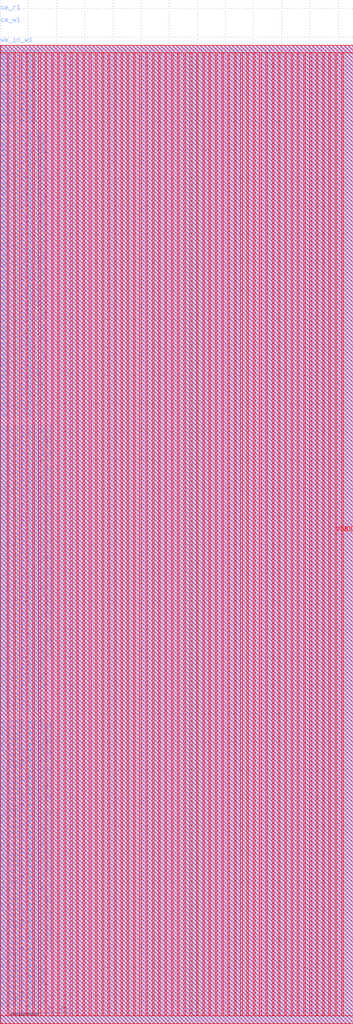
<source format=lef>
VERSION 5.7 ;
BUSBITCHARS "[]" ;
MACRO fakeram_16x52_1r1w
  FOREIGN fakeram_16x52_1r1w 0 0 ;
  SYMMETRY X Y R90 ;
  SIZE 62.700 BY 173.600 ;
  CLASS BLOCK ;
  PIN w_mask_w1[0]
    DIRECTION INPUT ;
    USE SIGNAL ;
    SHAPE ABUTMENT ;
    PORT
      LAYER metal3 ;
      RECT 0.000 2.625 0.070 2.695 ;
    END
  END w_mask_w1[0]
  PIN w_mask_w1[1]
    DIRECTION INPUT ;
    USE SIGNAL ;
    SHAPE ABUTMENT ;
    PORT
      LAYER metal3 ;
      RECT 0.000 3.605 0.070 3.675 ;
    END
  END w_mask_w1[1]
  PIN w_mask_w1[2]
    DIRECTION INPUT ;
    USE SIGNAL ;
    SHAPE ABUTMENT ;
    PORT
      LAYER metal3 ;
      RECT 0.000 4.585 0.070 4.655 ;
    END
  END w_mask_w1[2]
  PIN w_mask_w1[3]
    DIRECTION INPUT ;
    USE SIGNAL ;
    SHAPE ABUTMENT ;
    PORT
      LAYER metal3 ;
      RECT 0.000 5.565 0.070 5.635 ;
    END
  END w_mask_w1[3]
  PIN w_mask_w1[4]
    DIRECTION INPUT ;
    USE SIGNAL ;
    SHAPE ABUTMENT ;
    PORT
      LAYER metal3 ;
      RECT 0.000 6.545 0.070 6.615 ;
    END
  END w_mask_w1[4]
  PIN w_mask_w1[5]
    DIRECTION INPUT ;
    USE SIGNAL ;
    SHAPE ABUTMENT ;
    PORT
      LAYER metal3 ;
      RECT 0.000 7.525 0.070 7.595 ;
    END
  END w_mask_w1[5]
  PIN w_mask_w1[6]
    DIRECTION INPUT ;
    USE SIGNAL ;
    SHAPE ABUTMENT ;
    PORT
      LAYER metal3 ;
      RECT 0.000 8.505 0.070 8.575 ;
    END
  END w_mask_w1[6]
  PIN w_mask_w1[7]
    DIRECTION INPUT ;
    USE SIGNAL ;
    SHAPE ABUTMENT ;
    PORT
      LAYER metal3 ;
      RECT 0.000 9.485 0.070 9.555 ;
    END
  END w_mask_w1[7]
  PIN w_mask_w1[8]
    DIRECTION INPUT ;
    USE SIGNAL ;
    SHAPE ABUTMENT ;
    PORT
      LAYER metal3 ;
      RECT 0.000 10.465 0.070 10.535 ;
    END
  END w_mask_w1[8]
  PIN w_mask_w1[9]
    DIRECTION INPUT ;
    USE SIGNAL ;
    SHAPE ABUTMENT ;
    PORT
      LAYER metal3 ;
      RECT 0.000 11.445 0.070 11.515 ;
    END
  END w_mask_w1[9]
  PIN w_mask_w1[10]
    DIRECTION INPUT ;
    USE SIGNAL ;
    SHAPE ABUTMENT ;
    PORT
      LAYER metal3 ;
      RECT 0.000 12.425 0.070 12.495 ;
    END
  END w_mask_w1[10]
  PIN w_mask_w1[11]
    DIRECTION INPUT ;
    USE SIGNAL ;
    SHAPE ABUTMENT ;
    PORT
      LAYER metal3 ;
      RECT 0.000 13.405 0.070 13.475 ;
    END
  END w_mask_w1[11]
  PIN w_mask_w1[12]
    DIRECTION INPUT ;
    USE SIGNAL ;
    SHAPE ABUTMENT ;
    PORT
      LAYER metal3 ;
      RECT 0.000 14.385 0.070 14.455 ;
    END
  END w_mask_w1[12]
  PIN w_mask_w1[13]
    DIRECTION INPUT ;
    USE SIGNAL ;
    SHAPE ABUTMENT ;
    PORT
      LAYER metal3 ;
      RECT 0.000 15.365 0.070 15.435 ;
    END
  END w_mask_w1[13]
  PIN w_mask_w1[14]
    DIRECTION INPUT ;
    USE SIGNAL ;
    SHAPE ABUTMENT ;
    PORT
      LAYER metal3 ;
      RECT 0.000 16.345 0.070 16.415 ;
    END
  END w_mask_w1[14]
  PIN w_mask_w1[15]
    DIRECTION INPUT ;
    USE SIGNAL ;
    SHAPE ABUTMENT ;
    PORT
      LAYER metal3 ;
      RECT 0.000 17.325 0.070 17.395 ;
    END
  END w_mask_w1[15]
  PIN w_mask_w1[16]
    DIRECTION INPUT ;
    USE SIGNAL ;
    SHAPE ABUTMENT ;
    PORT
      LAYER metal3 ;
      RECT 0.000 18.305 0.070 18.375 ;
    END
  END w_mask_w1[16]
  PIN w_mask_w1[17]
    DIRECTION INPUT ;
    USE SIGNAL ;
    SHAPE ABUTMENT ;
    PORT
      LAYER metal3 ;
      RECT 0.000 19.285 0.070 19.355 ;
    END
  END w_mask_w1[17]
  PIN w_mask_w1[18]
    DIRECTION INPUT ;
    USE SIGNAL ;
    SHAPE ABUTMENT ;
    PORT
      LAYER metal3 ;
      RECT 0.000 20.265 0.070 20.335 ;
    END
  END w_mask_w1[18]
  PIN w_mask_w1[19]
    DIRECTION INPUT ;
    USE SIGNAL ;
    SHAPE ABUTMENT ;
    PORT
      LAYER metal3 ;
      RECT 0.000 21.245 0.070 21.315 ;
    END
  END w_mask_w1[19]
  PIN w_mask_w1[20]
    DIRECTION INPUT ;
    USE SIGNAL ;
    SHAPE ABUTMENT ;
    PORT
      LAYER metal3 ;
      RECT 0.000 22.225 0.070 22.295 ;
    END
  END w_mask_w1[20]
  PIN w_mask_w1[21]
    DIRECTION INPUT ;
    USE SIGNAL ;
    SHAPE ABUTMENT ;
    PORT
      LAYER metal3 ;
      RECT 0.000 23.205 0.070 23.275 ;
    END
  END w_mask_w1[21]
  PIN w_mask_w1[22]
    DIRECTION INPUT ;
    USE SIGNAL ;
    SHAPE ABUTMENT ;
    PORT
      LAYER metal3 ;
      RECT 0.000 24.185 0.070 24.255 ;
    END
  END w_mask_w1[22]
  PIN w_mask_w1[23]
    DIRECTION INPUT ;
    USE SIGNAL ;
    SHAPE ABUTMENT ;
    PORT
      LAYER metal3 ;
      RECT 0.000 25.165 0.070 25.235 ;
    END
  END w_mask_w1[23]
  PIN w_mask_w1[24]
    DIRECTION INPUT ;
    USE SIGNAL ;
    SHAPE ABUTMENT ;
    PORT
      LAYER metal3 ;
      RECT 0.000 26.145 0.070 26.215 ;
    END
  END w_mask_w1[24]
  PIN w_mask_w1[25]
    DIRECTION INPUT ;
    USE SIGNAL ;
    SHAPE ABUTMENT ;
    PORT
      LAYER metal3 ;
      RECT 0.000 27.125 0.070 27.195 ;
    END
  END w_mask_w1[25]
  PIN w_mask_w1[26]
    DIRECTION INPUT ;
    USE SIGNAL ;
    SHAPE ABUTMENT ;
    PORT
      LAYER metal3 ;
      RECT 0.000 28.105 0.070 28.175 ;
    END
  END w_mask_w1[26]
  PIN w_mask_w1[27]
    DIRECTION INPUT ;
    USE SIGNAL ;
    SHAPE ABUTMENT ;
    PORT
      LAYER metal3 ;
      RECT 0.000 29.085 0.070 29.155 ;
    END
  END w_mask_w1[27]
  PIN w_mask_w1[28]
    DIRECTION INPUT ;
    USE SIGNAL ;
    SHAPE ABUTMENT ;
    PORT
      LAYER metal3 ;
      RECT 0.000 30.065 0.070 30.135 ;
    END
  END w_mask_w1[28]
  PIN w_mask_w1[29]
    DIRECTION INPUT ;
    USE SIGNAL ;
    SHAPE ABUTMENT ;
    PORT
      LAYER metal3 ;
      RECT 0.000 31.045 0.070 31.115 ;
    END
  END w_mask_w1[29]
  PIN w_mask_w1[30]
    DIRECTION INPUT ;
    USE SIGNAL ;
    SHAPE ABUTMENT ;
    PORT
      LAYER metal3 ;
      RECT 0.000 32.025 0.070 32.095 ;
    END
  END w_mask_w1[30]
  PIN w_mask_w1[31]
    DIRECTION INPUT ;
    USE SIGNAL ;
    SHAPE ABUTMENT ;
    PORT
      LAYER metal3 ;
      RECT 0.000 33.005 0.070 33.075 ;
    END
  END w_mask_w1[31]
  PIN w_mask_w1[32]
    DIRECTION INPUT ;
    USE SIGNAL ;
    SHAPE ABUTMENT ;
    PORT
      LAYER metal3 ;
      RECT 0.000 33.985 0.070 34.055 ;
    END
  END w_mask_w1[32]
  PIN w_mask_w1[33]
    DIRECTION INPUT ;
    USE SIGNAL ;
    SHAPE ABUTMENT ;
    PORT
      LAYER metal3 ;
      RECT 0.000 34.965 0.070 35.035 ;
    END
  END w_mask_w1[33]
  PIN w_mask_w1[34]
    DIRECTION INPUT ;
    USE SIGNAL ;
    SHAPE ABUTMENT ;
    PORT
      LAYER metal3 ;
      RECT 0.000 35.945 0.070 36.015 ;
    END
  END w_mask_w1[34]
  PIN w_mask_w1[35]
    DIRECTION INPUT ;
    USE SIGNAL ;
    SHAPE ABUTMENT ;
    PORT
      LAYER metal3 ;
      RECT 0.000 36.925 0.070 36.995 ;
    END
  END w_mask_w1[35]
  PIN w_mask_w1[36]
    DIRECTION INPUT ;
    USE SIGNAL ;
    SHAPE ABUTMENT ;
    PORT
      LAYER metal3 ;
      RECT 0.000 37.905 0.070 37.975 ;
    END
  END w_mask_w1[36]
  PIN w_mask_w1[37]
    DIRECTION INPUT ;
    USE SIGNAL ;
    SHAPE ABUTMENT ;
    PORT
      LAYER metal3 ;
      RECT 0.000 38.885 0.070 38.955 ;
    END
  END w_mask_w1[37]
  PIN w_mask_w1[38]
    DIRECTION INPUT ;
    USE SIGNAL ;
    SHAPE ABUTMENT ;
    PORT
      LAYER metal3 ;
      RECT 0.000 39.865 0.070 39.935 ;
    END
  END w_mask_w1[38]
  PIN w_mask_w1[39]
    DIRECTION INPUT ;
    USE SIGNAL ;
    SHAPE ABUTMENT ;
    PORT
      LAYER metal3 ;
      RECT 0.000 40.845 0.070 40.915 ;
    END
  END w_mask_w1[39]
  PIN w_mask_w1[40]
    DIRECTION INPUT ;
    USE SIGNAL ;
    SHAPE ABUTMENT ;
    PORT
      LAYER metal3 ;
      RECT 0.000 41.825 0.070 41.895 ;
    END
  END w_mask_w1[40]
  PIN w_mask_w1[41]
    DIRECTION INPUT ;
    USE SIGNAL ;
    SHAPE ABUTMENT ;
    PORT
      LAYER metal3 ;
      RECT 0.000 42.805 0.070 42.875 ;
    END
  END w_mask_w1[41]
  PIN w_mask_w1[42]
    DIRECTION INPUT ;
    USE SIGNAL ;
    SHAPE ABUTMENT ;
    PORT
      LAYER metal3 ;
      RECT 0.000 43.785 0.070 43.855 ;
    END
  END w_mask_w1[42]
  PIN w_mask_w1[43]
    DIRECTION INPUT ;
    USE SIGNAL ;
    SHAPE ABUTMENT ;
    PORT
      LAYER metal3 ;
      RECT 0.000 44.765 0.070 44.835 ;
    END
  END w_mask_w1[43]
  PIN w_mask_w1[44]
    DIRECTION INPUT ;
    USE SIGNAL ;
    SHAPE ABUTMENT ;
    PORT
      LAYER metal3 ;
      RECT 0.000 45.745 0.070 45.815 ;
    END
  END w_mask_w1[44]
  PIN w_mask_w1[45]
    DIRECTION INPUT ;
    USE SIGNAL ;
    SHAPE ABUTMENT ;
    PORT
      LAYER metal3 ;
      RECT 0.000 46.725 0.070 46.795 ;
    END
  END w_mask_w1[45]
  PIN w_mask_w1[46]
    DIRECTION INPUT ;
    USE SIGNAL ;
    SHAPE ABUTMENT ;
    PORT
      LAYER metal3 ;
      RECT 0.000 47.705 0.070 47.775 ;
    END
  END w_mask_w1[46]
  PIN w_mask_w1[47]
    DIRECTION INPUT ;
    USE SIGNAL ;
    SHAPE ABUTMENT ;
    PORT
      LAYER metal3 ;
      RECT 0.000 48.685 0.070 48.755 ;
    END
  END w_mask_w1[47]
  PIN w_mask_w1[48]
    DIRECTION INPUT ;
    USE SIGNAL ;
    SHAPE ABUTMENT ;
    PORT
      LAYER metal3 ;
      RECT 0.000 49.665 0.070 49.735 ;
    END
  END w_mask_w1[48]
  PIN w_mask_w1[49]
    DIRECTION INPUT ;
    USE SIGNAL ;
    SHAPE ABUTMENT ;
    PORT
      LAYER metal3 ;
      RECT 0.000 50.645 0.070 50.715 ;
    END
  END w_mask_w1[49]
  PIN w_mask_w1[50]
    DIRECTION INPUT ;
    USE SIGNAL ;
    SHAPE ABUTMENT ;
    PORT
      LAYER metal3 ;
      RECT 0.000 51.625 0.070 51.695 ;
    END
  END w_mask_w1[50]
  PIN w_mask_w1[51]
    DIRECTION INPUT ;
    USE SIGNAL ;
    SHAPE ABUTMENT ;
    PORT
      LAYER metal3 ;
      RECT 0.000 52.605 0.070 52.675 ;
    END
  END w_mask_w1[51]
  PIN rd_out_r1[0]
    DIRECTION OUTPUT ;
    USE SIGNAL ;
    SHAPE ABUTMENT ;
    PORT
      LAYER metal3 ;
      RECT 0.000 54.845 0.070 54.915 ;
    END
  END rd_out_r1[0]
  PIN rd_out_r1[1]
    DIRECTION OUTPUT ;
    USE SIGNAL ;
    SHAPE ABUTMENT ;
    PORT
      LAYER metal3 ;
      RECT 0.000 55.825 0.070 55.895 ;
    END
  END rd_out_r1[1]
  PIN rd_out_r1[2]
    DIRECTION OUTPUT ;
    USE SIGNAL ;
    SHAPE ABUTMENT ;
    PORT
      LAYER metal3 ;
      RECT 0.000 56.805 0.070 56.875 ;
    END
  END rd_out_r1[2]
  PIN rd_out_r1[3]
    DIRECTION OUTPUT ;
    USE SIGNAL ;
    SHAPE ABUTMENT ;
    PORT
      LAYER metal3 ;
      RECT 0.000 57.785 0.070 57.855 ;
    END
  END rd_out_r1[3]
  PIN rd_out_r1[4]
    DIRECTION OUTPUT ;
    USE SIGNAL ;
    SHAPE ABUTMENT ;
    PORT
      LAYER metal3 ;
      RECT 0.000 58.765 0.070 58.835 ;
    END
  END rd_out_r1[4]
  PIN rd_out_r1[5]
    DIRECTION OUTPUT ;
    USE SIGNAL ;
    SHAPE ABUTMENT ;
    PORT
      LAYER metal3 ;
      RECT 0.000 59.745 0.070 59.815 ;
    END
  END rd_out_r1[5]
  PIN rd_out_r1[6]
    DIRECTION OUTPUT ;
    USE SIGNAL ;
    SHAPE ABUTMENT ;
    PORT
      LAYER metal3 ;
      RECT 0.000 60.725 0.070 60.795 ;
    END
  END rd_out_r1[6]
  PIN rd_out_r1[7]
    DIRECTION OUTPUT ;
    USE SIGNAL ;
    SHAPE ABUTMENT ;
    PORT
      LAYER metal3 ;
      RECT 0.000 61.705 0.070 61.775 ;
    END
  END rd_out_r1[7]
  PIN rd_out_r1[8]
    DIRECTION OUTPUT ;
    USE SIGNAL ;
    SHAPE ABUTMENT ;
    PORT
      LAYER metal3 ;
      RECT 0.000 62.685 0.070 62.755 ;
    END
  END rd_out_r1[8]
  PIN rd_out_r1[9]
    DIRECTION OUTPUT ;
    USE SIGNAL ;
    SHAPE ABUTMENT ;
    PORT
      LAYER metal3 ;
      RECT 0.000 63.665 0.070 63.735 ;
    END
  END rd_out_r1[9]
  PIN rd_out_r1[10]
    DIRECTION OUTPUT ;
    USE SIGNAL ;
    SHAPE ABUTMENT ;
    PORT
      LAYER metal3 ;
      RECT 0.000 64.645 0.070 64.715 ;
    END
  END rd_out_r1[10]
  PIN rd_out_r1[11]
    DIRECTION OUTPUT ;
    USE SIGNAL ;
    SHAPE ABUTMENT ;
    PORT
      LAYER metal3 ;
      RECT 0.000 65.625 0.070 65.695 ;
    END
  END rd_out_r1[11]
  PIN rd_out_r1[12]
    DIRECTION OUTPUT ;
    USE SIGNAL ;
    SHAPE ABUTMENT ;
    PORT
      LAYER metal3 ;
      RECT 0.000 66.605 0.070 66.675 ;
    END
  END rd_out_r1[12]
  PIN rd_out_r1[13]
    DIRECTION OUTPUT ;
    USE SIGNAL ;
    SHAPE ABUTMENT ;
    PORT
      LAYER metal3 ;
      RECT 0.000 67.585 0.070 67.655 ;
    END
  END rd_out_r1[13]
  PIN rd_out_r1[14]
    DIRECTION OUTPUT ;
    USE SIGNAL ;
    SHAPE ABUTMENT ;
    PORT
      LAYER metal3 ;
      RECT 0.000 68.565 0.070 68.635 ;
    END
  END rd_out_r1[14]
  PIN rd_out_r1[15]
    DIRECTION OUTPUT ;
    USE SIGNAL ;
    SHAPE ABUTMENT ;
    PORT
      LAYER metal3 ;
      RECT 0.000 69.545 0.070 69.615 ;
    END
  END rd_out_r1[15]
  PIN rd_out_r1[16]
    DIRECTION OUTPUT ;
    USE SIGNAL ;
    SHAPE ABUTMENT ;
    PORT
      LAYER metal3 ;
      RECT 0.000 70.525 0.070 70.595 ;
    END
  END rd_out_r1[16]
  PIN rd_out_r1[17]
    DIRECTION OUTPUT ;
    USE SIGNAL ;
    SHAPE ABUTMENT ;
    PORT
      LAYER metal3 ;
      RECT 0.000 71.505 0.070 71.575 ;
    END
  END rd_out_r1[17]
  PIN rd_out_r1[18]
    DIRECTION OUTPUT ;
    USE SIGNAL ;
    SHAPE ABUTMENT ;
    PORT
      LAYER metal3 ;
      RECT 0.000 72.485 0.070 72.555 ;
    END
  END rd_out_r1[18]
  PIN rd_out_r1[19]
    DIRECTION OUTPUT ;
    USE SIGNAL ;
    SHAPE ABUTMENT ;
    PORT
      LAYER metal3 ;
      RECT 0.000 73.465 0.070 73.535 ;
    END
  END rd_out_r1[19]
  PIN rd_out_r1[20]
    DIRECTION OUTPUT ;
    USE SIGNAL ;
    SHAPE ABUTMENT ;
    PORT
      LAYER metal3 ;
      RECT 0.000 74.445 0.070 74.515 ;
    END
  END rd_out_r1[20]
  PIN rd_out_r1[21]
    DIRECTION OUTPUT ;
    USE SIGNAL ;
    SHAPE ABUTMENT ;
    PORT
      LAYER metal3 ;
      RECT 0.000 75.425 0.070 75.495 ;
    END
  END rd_out_r1[21]
  PIN rd_out_r1[22]
    DIRECTION OUTPUT ;
    USE SIGNAL ;
    SHAPE ABUTMENT ;
    PORT
      LAYER metal3 ;
      RECT 0.000 76.405 0.070 76.475 ;
    END
  END rd_out_r1[22]
  PIN rd_out_r1[23]
    DIRECTION OUTPUT ;
    USE SIGNAL ;
    SHAPE ABUTMENT ;
    PORT
      LAYER metal3 ;
      RECT 0.000 77.385 0.070 77.455 ;
    END
  END rd_out_r1[23]
  PIN rd_out_r1[24]
    DIRECTION OUTPUT ;
    USE SIGNAL ;
    SHAPE ABUTMENT ;
    PORT
      LAYER metal3 ;
      RECT 0.000 78.365 0.070 78.435 ;
    END
  END rd_out_r1[24]
  PIN rd_out_r1[25]
    DIRECTION OUTPUT ;
    USE SIGNAL ;
    SHAPE ABUTMENT ;
    PORT
      LAYER metal3 ;
      RECT 0.000 79.345 0.070 79.415 ;
    END
  END rd_out_r1[25]
  PIN rd_out_r1[26]
    DIRECTION OUTPUT ;
    USE SIGNAL ;
    SHAPE ABUTMENT ;
    PORT
      LAYER metal3 ;
      RECT 0.000 80.325 0.070 80.395 ;
    END
  END rd_out_r1[26]
  PIN rd_out_r1[27]
    DIRECTION OUTPUT ;
    USE SIGNAL ;
    SHAPE ABUTMENT ;
    PORT
      LAYER metal3 ;
      RECT 0.000 81.305 0.070 81.375 ;
    END
  END rd_out_r1[27]
  PIN rd_out_r1[28]
    DIRECTION OUTPUT ;
    USE SIGNAL ;
    SHAPE ABUTMENT ;
    PORT
      LAYER metal3 ;
      RECT 0.000 82.285 0.070 82.355 ;
    END
  END rd_out_r1[28]
  PIN rd_out_r1[29]
    DIRECTION OUTPUT ;
    USE SIGNAL ;
    SHAPE ABUTMENT ;
    PORT
      LAYER metal3 ;
      RECT 0.000 83.265 0.070 83.335 ;
    END
  END rd_out_r1[29]
  PIN rd_out_r1[30]
    DIRECTION OUTPUT ;
    USE SIGNAL ;
    SHAPE ABUTMENT ;
    PORT
      LAYER metal3 ;
      RECT 0.000 84.245 0.070 84.315 ;
    END
  END rd_out_r1[30]
  PIN rd_out_r1[31]
    DIRECTION OUTPUT ;
    USE SIGNAL ;
    SHAPE ABUTMENT ;
    PORT
      LAYER metal3 ;
      RECT 0.000 85.225 0.070 85.295 ;
    END
  END rd_out_r1[31]
  PIN rd_out_r1[32]
    DIRECTION OUTPUT ;
    USE SIGNAL ;
    SHAPE ABUTMENT ;
    PORT
      LAYER metal3 ;
      RECT 0.000 86.205 0.070 86.275 ;
    END
  END rd_out_r1[32]
  PIN rd_out_r1[33]
    DIRECTION OUTPUT ;
    USE SIGNAL ;
    SHAPE ABUTMENT ;
    PORT
      LAYER metal3 ;
      RECT 0.000 87.185 0.070 87.255 ;
    END
  END rd_out_r1[33]
  PIN rd_out_r1[34]
    DIRECTION OUTPUT ;
    USE SIGNAL ;
    SHAPE ABUTMENT ;
    PORT
      LAYER metal3 ;
      RECT 0.000 88.165 0.070 88.235 ;
    END
  END rd_out_r1[34]
  PIN rd_out_r1[35]
    DIRECTION OUTPUT ;
    USE SIGNAL ;
    SHAPE ABUTMENT ;
    PORT
      LAYER metal3 ;
      RECT 0.000 89.145 0.070 89.215 ;
    END
  END rd_out_r1[35]
  PIN rd_out_r1[36]
    DIRECTION OUTPUT ;
    USE SIGNAL ;
    SHAPE ABUTMENT ;
    PORT
      LAYER metal3 ;
      RECT 0.000 90.125 0.070 90.195 ;
    END
  END rd_out_r1[36]
  PIN rd_out_r1[37]
    DIRECTION OUTPUT ;
    USE SIGNAL ;
    SHAPE ABUTMENT ;
    PORT
      LAYER metal3 ;
      RECT 0.000 91.105 0.070 91.175 ;
    END
  END rd_out_r1[37]
  PIN rd_out_r1[38]
    DIRECTION OUTPUT ;
    USE SIGNAL ;
    SHAPE ABUTMENT ;
    PORT
      LAYER metal3 ;
      RECT 0.000 92.085 0.070 92.155 ;
    END
  END rd_out_r1[38]
  PIN rd_out_r1[39]
    DIRECTION OUTPUT ;
    USE SIGNAL ;
    SHAPE ABUTMENT ;
    PORT
      LAYER metal3 ;
      RECT 0.000 93.065 0.070 93.135 ;
    END
  END rd_out_r1[39]
  PIN rd_out_r1[40]
    DIRECTION OUTPUT ;
    USE SIGNAL ;
    SHAPE ABUTMENT ;
    PORT
      LAYER metal3 ;
      RECT 0.000 94.045 0.070 94.115 ;
    END
  END rd_out_r1[40]
  PIN rd_out_r1[41]
    DIRECTION OUTPUT ;
    USE SIGNAL ;
    SHAPE ABUTMENT ;
    PORT
      LAYER metal3 ;
      RECT 0.000 95.025 0.070 95.095 ;
    END
  END rd_out_r1[41]
  PIN rd_out_r1[42]
    DIRECTION OUTPUT ;
    USE SIGNAL ;
    SHAPE ABUTMENT ;
    PORT
      LAYER metal3 ;
      RECT 0.000 96.005 0.070 96.075 ;
    END
  END rd_out_r1[42]
  PIN rd_out_r1[43]
    DIRECTION OUTPUT ;
    USE SIGNAL ;
    SHAPE ABUTMENT ;
    PORT
      LAYER metal3 ;
      RECT 0.000 96.985 0.070 97.055 ;
    END
  END rd_out_r1[43]
  PIN rd_out_r1[44]
    DIRECTION OUTPUT ;
    USE SIGNAL ;
    SHAPE ABUTMENT ;
    PORT
      LAYER metal3 ;
      RECT 0.000 97.965 0.070 98.035 ;
    END
  END rd_out_r1[44]
  PIN rd_out_r1[45]
    DIRECTION OUTPUT ;
    USE SIGNAL ;
    SHAPE ABUTMENT ;
    PORT
      LAYER metal3 ;
      RECT 0.000 98.945 0.070 99.015 ;
    END
  END rd_out_r1[45]
  PIN rd_out_r1[46]
    DIRECTION OUTPUT ;
    USE SIGNAL ;
    SHAPE ABUTMENT ;
    PORT
      LAYER metal3 ;
      RECT 0.000 99.925 0.070 99.995 ;
    END
  END rd_out_r1[46]
  PIN rd_out_r1[47]
    DIRECTION OUTPUT ;
    USE SIGNAL ;
    SHAPE ABUTMENT ;
    PORT
      LAYER metal3 ;
      RECT 0.000 100.905 0.070 100.975 ;
    END
  END rd_out_r1[47]
  PIN rd_out_r1[48]
    DIRECTION OUTPUT ;
    USE SIGNAL ;
    SHAPE ABUTMENT ;
    PORT
      LAYER metal3 ;
      RECT 0.000 101.885 0.070 101.955 ;
    END
  END rd_out_r1[48]
  PIN rd_out_r1[49]
    DIRECTION OUTPUT ;
    USE SIGNAL ;
    SHAPE ABUTMENT ;
    PORT
      LAYER metal3 ;
      RECT 0.000 102.865 0.070 102.935 ;
    END
  END rd_out_r1[49]
  PIN rd_out_r1[50]
    DIRECTION OUTPUT ;
    USE SIGNAL ;
    SHAPE ABUTMENT ;
    PORT
      LAYER metal3 ;
      RECT 0.000 103.845 0.070 103.915 ;
    END
  END rd_out_r1[50]
  PIN rd_out_r1[51]
    DIRECTION OUTPUT ;
    USE SIGNAL ;
    SHAPE ABUTMENT ;
    PORT
      LAYER metal3 ;
      RECT 0.000 104.825 0.070 104.895 ;
    END
  END rd_out_r1[51]
  PIN wd_in_w1[0]
    DIRECTION INPUT ;
    USE SIGNAL ;
    SHAPE ABUTMENT ;
    PORT
      LAYER metal3 ;
      RECT 0.000 107.065 0.070 107.135 ;
    END
  END wd_in_w1[0]
  PIN wd_in_w1[1]
    DIRECTION INPUT ;
    USE SIGNAL ;
    SHAPE ABUTMENT ;
    PORT
      LAYER metal3 ;
      RECT 0.000 108.045 0.070 108.115 ;
    END
  END wd_in_w1[1]
  PIN wd_in_w1[2]
    DIRECTION INPUT ;
    USE SIGNAL ;
    SHAPE ABUTMENT ;
    PORT
      LAYER metal3 ;
      RECT 0.000 109.025 0.070 109.095 ;
    END
  END wd_in_w1[2]
  PIN wd_in_w1[3]
    DIRECTION INPUT ;
    USE SIGNAL ;
    SHAPE ABUTMENT ;
    PORT
      LAYER metal3 ;
      RECT 0.000 110.005 0.070 110.075 ;
    END
  END wd_in_w1[3]
  PIN wd_in_w1[4]
    DIRECTION INPUT ;
    USE SIGNAL ;
    SHAPE ABUTMENT ;
    PORT
      LAYER metal3 ;
      RECT 0.000 110.985 0.070 111.055 ;
    END
  END wd_in_w1[4]
  PIN wd_in_w1[5]
    DIRECTION INPUT ;
    USE SIGNAL ;
    SHAPE ABUTMENT ;
    PORT
      LAYER metal3 ;
      RECT 0.000 111.965 0.070 112.035 ;
    END
  END wd_in_w1[5]
  PIN wd_in_w1[6]
    DIRECTION INPUT ;
    USE SIGNAL ;
    SHAPE ABUTMENT ;
    PORT
      LAYER metal3 ;
      RECT 0.000 112.945 0.070 113.015 ;
    END
  END wd_in_w1[6]
  PIN wd_in_w1[7]
    DIRECTION INPUT ;
    USE SIGNAL ;
    SHAPE ABUTMENT ;
    PORT
      LAYER metal3 ;
      RECT 0.000 113.925 0.070 113.995 ;
    END
  END wd_in_w1[7]
  PIN wd_in_w1[8]
    DIRECTION INPUT ;
    USE SIGNAL ;
    SHAPE ABUTMENT ;
    PORT
      LAYER metal3 ;
      RECT 0.000 114.905 0.070 114.975 ;
    END
  END wd_in_w1[8]
  PIN wd_in_w1[9]
    DIRECTION INPUT ;
    USE SIGNAL ;
    SHAPE ABUTMENT ;
    PORT
      LAYER metal3 ;
      RECT 0.000 115.885 0.070 115.955 ;
    END
  END wd_in_w1[9]
  PIN wd_in_w1[10]
    DIRECTION INPUT ;
    USE SIGNAL ;
    SHAPE ABUTMENT ;
    PORT
      LAYER metal3 ;
      RECT 0.000 116.865 0.070 116.935 ;
    END
  END wd_in_w1[10]
  PIN wd_in_w1[11]
    DIRECTION INPUT ;
    USE SIGNAL ;
    SHAPE ABUTMENT ;
    PORT
      LAYER metal3 ;
      RECT 0.000 117.845 0.070 117.915 ;
    END
  END wd_in_w1[11]
  PIN wd_in_w1[12]
    DIRECTION INPUT ;
    USE SIGNAL ;
    SHAPE ABUTMENT ;
    PORT
      LAYER metal3 ;
      RECT 0.000 118.825 0.070 118.895 ;
    END
  END wd_in_w1[12]
  PIN wd_in_w1[13]
    DIRECTION INPUT ;
    USE SIGNAL ;
    SHAPE ABUTMENT ;
    PORT
      LAYER metal3 ;
      RECT 0.000 119.805 0.070 119.875 ;
    END
  END wd_in_w1[13]
  PIN wd_in_w1[14]
    DIRECTION INPUT ;
    USE SIGNAL ;
    SHAPE ABUTMENT ;
    PORT
      LAYER metal3 ;
      RECT 0.000 120.785 0.070 120.855 ;
    END
  END wd_in_w1[14]
  PIN wd_in_w1[15]
    DIRECTION INPUT ;
    USE SIGNAL ;
    SHAPE ABUTMENT ;
    PORT
      LAYER metal3 ;
      RECT 0.000 121.765 0.070 121.835 ;
    END
  END wd_in_w1[15]
  PIN wd_in_w1[16]
    DIRECTION INPUT ;
    USE SIGNAL ;
    SHAPE ABUTMENT ;
    PORT
      LAYER metal3 ;
      RECT 0.000 122.745 0.070 122.815 ;
    END
  END wd_in_w1[16]
  PIN wd_in_w1[17]
    DIRECTION INPUT ;
    USE SIGNAL ;
    SHAPE ABUTMENT ;
    PORT
      LAYER metal3 ;
      RECT 0.000 123.725 0.070 123.795 ;
    END
  END wd_in_w1[17]
  PIN wd_in_w1[18]
    DIRECTION INPUT ;
    USE SIGNAL ;
    SHAPE ABUTMENT ;
    PORT
      LAYER metal3 ;
      RECT 0.000 124.705 0.070 124.775 ;
    END
  END wd_in_w1[18]
  PIN wd_in_w1[19]
    DIRECTION INPUT ;
    USE SIGNAL ;
    SHAPE ABUTMENT ;
    PORT
      LAYER metal3 ;
      RECT 0.000 125.685 0.070 125.755 ;
    END
  END wd_in_w1[19]
  PIN wd_in_w1[20]
    DIRECTION INPUT ;
    USE SIGNAL ;
    SHAPE ABUTMENT ;
    PORT
      LAYER metal3 ;
      RECT 0.000 126.665 0.070 126.735 ;
    END
  END wd_in_w1[20]
  PIN wd_in_w1[21]
    DIRECTION INPUT ;
    USE SIGNAL ;
    SHAPE ABUTMENT ;
    PORT
      LAYER metal3 ;
      RECT 0.000 127.645 0.070 127.715 ;
    END
  END wd_in_w1[21]
  PIN wd_in_w1[22]
    DIRECTION INPUT ;
    USE SIGNAL ;
    SHAPE ABUTMENT ;
    PORT
      LAYER metal3 ;
      RECT 0.000 128.625 0.070 128.695 ;
    END
  END wd_in_w1[22]
  PIN wd_in_w1[23]
    DIRECTION INPUT ;
    USE SIGNAL ;
    SHAPE ABUTMENT ;
    PORT
      LAYER metal3 ;
      RECT 0.000 129.605 0.070 129.675 ;
    END
  END wd_in_w1[23]
  PIN wd_in_w1[24]
    DIRECTION INPUT ;
    USE SIGNAL ;
    SHAPE ABUTMENT ;
    PORT
      LAYER metal3 ;
      RECT 0.000 130.585 0.070 130.655 ;
    END
  END wd_in_w1[24]
  PIN wd_in_w1[25]
    DIRECTION INPUT ;
    USE SIGNAL ;
    SHAPE ABUTMENT ;
    PORT
      LAYER metal3 ;
      RECT 0.000 131.565 0.070 131.635 ;
    END
  END wd_in_w1[25]
  PIN wd_in_w1[26]
    DIRECTION INPUT ;
    USE SIGNAL ;
    SHAPE ABUTMENT ;
    PORT
      LAYER metal3 ;
      RECT 0.000 132.545 0.070 132.615 ;
    END
  END wd_in_w1[26]
  PIN wd_in_w1[27]
    DIRECTION INPUT ;
    USE SIGNAL ;
    SHAPE ABUTMENT ;
    PORT
      LAYER metal3 ;
      RECT 0.000 133.525 0.070 133.595 ;
    END
  END wd_in_w1[27]
  PIN wd_in_w1[28]
    DIRECTION INPUT ;
    USE SIGNAL ;
    SHAPE ABUTMENT ;
    PORT
      LAYER metal3 ;
      RECT 0.000 134.505 0.070 134.575 ;
    END
  END wd_in_w1[28]
  PIN wd_in_w1[29]
    DIRECTION INPUT ;
    USE SIGNAL ;
    SHAPE ABUTMENT ;
    PORT
      LAYER metal3 ;
      RECT 0.000 135.485 0.070 135.555 ;
    END
  END wd_in_w1[29]
  PIN wd_in_w1[30]
    DIRECTION INPUT ;
    USE SIGNAL ;
    SHAPE ABUTMENT ;
    PORT
      LAYER metal3 ;
      RECT 0.000 136.465 0.070 136.535 ;
    END
  END wd_in_w1[30]
  PIN wd_in_w1[31]
    DIRECTION INPUT ;
    USE SIGNAL ;
    SHAPE ABUTMENT ;
    PORT
      LAYER metal3 ;
      RECT 0.000 137.445 0.070 137.515 ;
    END
  END wd_in_w1[31]
  PIN wd_in_w1[32]
    DIRECTION INPUT ;
    USE SIGNAL ;
    SHAPE ABUTMENT ;
    PORT
      LAYER metal3 ;
      RECT 0.000 138.425 0.070 138.495 ;
    END
  END wd_in_w1[32]
  PIN wd_in_w1[33]
    DIRECTION INPUT ;
    USE SIGNAL ;
    SHAPE ABUTMENT ;
    PORT
      LAYER metal3 ;
      RECT 0.000 139.405 0.070 139.475 ;
    END
  END wd_in_w1[33]
  PIN wd_in_w1[34]
    DIRECTION INPUT ;
    USE SIGNAL ;
    SHAPE ABUTMENT ;
    PORT
      LAYER metal3 ;
      RECT 0.000 140.385 0.070 140.455 ;
    END
  END wd_in_w1[34]
  PIN wd_in_w1[35]
    DIRECTION INPUT ;
    USE SIGNAL ;
    SHAPE ABUTMENT ;
    PORT
      LAYER metal3 ;
      RECT 0.000 141.365 0.070 141.435 ;
    END
  END wd_in_w1[35]
  PIN wd_in_w1[36]
    DIRECTION INPUT ;
    USE SIGNAL ;
    SHAPE ABUTMENT ;
    PORT
      LAYER metal3 ;
      RECT 0.000 142.345 0.070 142.415 ;
    END
  END wd_in_w1[36]
  PIN wd_in_w1[37]
    DIRECTION INPUT ;
    USE SIGNAL ;
    SHAPE ABUTMENT ;
    PORT
      LAYER metal3 ;
      RECT 0.000 143.325 0.070 143.395 ;
    END
  END wd_in_w1[37]
  PIN wd_in_w1[38]
    DIRECTION INPUT ;
    USE SIGNAL ;
    SHAPE ABUTMENT ;
    PORT
      LAYER metal3 ;
      RECT 0.000 144.305 0.070 144.375 ;
    END
  END wd_in_w1[38]
  PIN wd_in_w1[39]
    DIRECTION INPUT ;
    USE SIGNAL ;
    SHAPE ABUTMENT ;
    PORT
      LAYER metal3 ;
      RECT 0.000 145.285 0.070 145.355 ;
    END
  END wd_in_w1[39]
  PIN wd_in_w1[40]
    DIRECTION INPUT ;
    USE SIGNAL ;
    SHAPE ABUTMENT ;
    PORT
      LAYER metal3 ;
      RECT 0.000 146.265 0.070 146.335 ;
    END
  END wd_in_w1[40]
  PIN wd_in_w1[41]
    DIRECTION INPUT ;
    USE SIGNAL ;
    SHAPE ABUTMENT ;
    PORT
      LAYER metal3 ;
      RECT 0.000 147.245 0.070 147.315 ;
    END
  END wd_in_w1[41]
  PIN wd_in_w1[42]
    DIRECTION INPUT ;
    USE SIGNAL ;
    SHAPE ABUTMENT ;
    PORT
      LAYER metal3 ;
      RECT 0.000 148.225 0.070 148.295 ;
    END
  END wd_in_w1[42]
  PIN wd_in_w1[43]
    DIRECTION INPUT ;
    USE SIGNAL ;
    SHAPE ABUTMENT ;
    PORT
      LAYER metal3 ;
      RECT 0.000 149.205 0.070 149.275 ;
    END
  END wd_in_w1[43]
  PIN wd_in_w1[44]
    DIRECTION INPUT ;
    USE SIGNAL ;
    SHAPE ABUTMENT ;
    PORT
      LAYER metal3 ;
      RECT 0.000 150.185 0.070 150.255 ;
    END
  END wd_in_w1[44]
  PIN wd_in_w1[45]
    DIRECTION INPUT ;
    USE SIGNAL ;
    SHAPE ABUTMENT ;
    PORT
      LAYER metal3 ;
      RECT 0.000 151.165 0.070 151.235 ;
    END
  END wd_in_w1[45]
  PIN wd_in_w1[46]
    DIRECTION INPUT ;
    USE SIGNAL ;
    SHAPE ABUTMENT ;
    PORT
      LAYER metal3 ;
      RECT 0.000 152.145 0.070 152.215 ;
    END
  END wd_in_w1[46]
  PIN wd_in_w1[47]
    DIRECTION INPUT ;
    USE SIGNAL ;
    SHAPE ABUTMENT ;
    PORT
      LAYER metal3 ;
      RECT 0.000 153.125 0.070 153.195 ;
    END
  END wd_in_w1[47]
  PIN wd_in_w1[48]
    DIRECTION INPUT ;
    USE SIGNAL ;
    SHAPE ABUTMENT ;
    PORT
      LAYER metal3 ;
      RECT 0.000 154.105 0.070 154.175 ;
    END
  END wd_in_w1[48]
  PIN wd_in_w1[49]
    DIRECTION INPUT ;
    USE SIGNAL ;
    SHAPE ABUTMENT ;
    PORT
      LAYER metal3 ;
      RECT 0.000 155.085 0.070 155.155 ;
    END
  END wd_in_w1[49]
  PIN wd_in_w1[50]
    DIRECTION INPUT ;
    USE SIGNAL ;
    SHAPE ABUTMENT ;
    PORT
      LAYER metal3 ;
      RECT 0.000 156.065 0.070 156.135 ;
    END
  END wd_in_w1[50]
  PIN wd_in_w1[51]
    DIRECTION INPUT ;
    USE SIGNAL ;
    SHAPE ABUTMENT ;
    PORT
      LAYER metal3 ;
      RECT 0.000 157.045 0.070 157.115 ;
    END
  END wd_in_w1[51]
  PIN addr_w1[0]
    DIRECTION INPUT ;
    USE SIGNAL ;
    SHAPE ABUTMENT ;
    PORT
      LAYER metal3 ;
      RECT 0.000 159.285 0.070 159.355 ;
    END
  END addr_w1[0]
  PIN addr_w1[1]
    DIRECTION INPUT ;
    USE SIGNAL ;
    SHAPE ABUTMENT ;
    PORT
      LAYER metal3 ;
      RECT 0.000 160.265 0.070 160.335 ;
    END
  END addr_w1[1]
  PIN addr_w1[2]
    DIRECTION INPUT ;
    USE SIGNAL ;
    SHAPE ABUTMENT ;
    PORT
      LAYER metal3 ;
      RECT 0.000 161.245 0.070 161.315 ;
    END
  END addr_w1[2]
  PIN addr_w1[3]
    DIRECTION INPUT ;
    USE SIGNAL ;
    SHAPE ABUTMENT ;
    PORT
      LAYER metal3 ;
      RECT 0.000 162.225 0.070 162.295 ;
    END
  END addr_w1[3]
  PIN addr_w1[4]
    DIRECTION INPUT ;
    USE SIGNAL ;
    SHAPE ABUTMENT ;
    PORT
      LAYER metal3 ;
      RECT 0.000 163.205 0.070 163.275 ;
    END
  END addr_w1[4]
  PIN addr_w1[5]
    DIRECTION INPUT ;
    USE SIGNAL ;
    SHAPE ABUTMENT ;
    PORT
      LAYER metal3 ;
      RECT 0.000 164.185 0.070 164.255 ;
    END
  END addr_w1[5]
  PIN addr_r1[0]
    DIRECTION INPUT ;
    USE SIGNAL ;
    SHAPE ABUTMENT ;
    PORT
      LAYER metal3 ;
      RECT 0.000 166.425 0.070 166.495 ;
    END
  END addr_r1[0]
  PIN addr_r1[1]
    DIRECTION INPUT ;
    USE SIGNAL ;
    SHAPE ABUTMENT ;
    PORT
      LAYER metal3 ;
      RECT 0.000 167.405 0.070 167.475 ;
    END
  END addr_r1[1]
  PIN addr_r1[2]
    DIRECTION INPUT ;
    USE SIGNAL ;
    SHAPE ABUTMENT ;
    PORT
      LAYER metal3 ;
      RECT 0.000 168.385 0.070 168.455 ;
    END
  END addr_r1[2]
  PIN addr_r1[3]
    DIRECTION INPUT ;
    USE SIGNAL ;
    SHAPE ABUTMENT ;
    PORT
      LAYER metal3 ;
      RECT 0.000 169.365 0.070 169.435 ;
    END
  END addr_r1[3]
  PIN addr_r1[4]
    DIRECTION INPUT ;
    USE SIGNAL ;
    SHAPE ABUTMENT ;
    PORT
      LAYER metal3 ;
      RECT 0.000 170.345 0.070 170.415 ;
    END
  END addr_r1[4]
  PIN addr_r1[5]
    DIRECTION INPUT ;
    USE SIGNAL ;
    SHAPE ABUTMENT ;
    PORT
      LAYER metal3 ;
      RECT 0.000 171.325 0.070 171.395 ;
    END
  END addr_r1[5]
  PIN we_in_w1
    DIRECTION INPUT ;
    USE SIGNAL ;
    SHAPE ABUTMENT ;
    PORT
      LAYER metal3 ;
      RECT 0.000 173.565 0.070 173.635 ;
    END
  END we_in_w1
  PIN ce_w1
    DIRECTION INPUT ;
    USE SIGNAL ;
    SHAPE ABUTMENT ;
    PORT
      LAYER metal3 ;
      RECT 0.000 177.065 0.070 177.135 ;
    END
  END ce_w1
  PIN ce_r1
    DIRECTION INPUT ;
    USE SIGNAL ;
    SHAPE ABUTMENT ;
    PORT
      LAYER metal3 ;
      RECT 0.000 179.305 0.070 179.375 ;
    END
  END ce_r1
  PIN clk
    DIRECTION INPUT ;
    USE SIGNAL ;
    SHAPE ABUTMENT ;
    PORT
      LAYER metal3 ;
      RECT 0.000 181.545 0.070 181.615 ;
    END
  END clk
  PIN VSS
    DIRECTION INOUT ;
    USE GROUND ;
    PORT
      LAYER metal4 ;
      RECT 1.260 1.400 1.540 172.200 ;
      RECT 3.500 1.400 3.780 172.200 ;
      RECT 5.740 1.400 6.020 172.200 ;
      RECT 7.980 1.400 8.260 172.200 ;
      RECT 10.220 1.400 10.500 172.200 ;
      RECT 12.460 1.400 12.740 172.200 ;
      RECT 14.700 1.400 14.980 172.200 ;
      RECT 16.940 1.400 17.220 172.200 ;
      RECT 19.180 1.400 19.460 172.200 ;
      RECT 21.420 1.400 21.700 172.200 ;
      RECT 23.660 1.400 23.940 172.200 ;
      RECT 25.900 1.400 26.180 172.200 ;
      RECT 28.140 1.400 28.420 172.200 ;
      RECT 30.380 1.400 30.660 172.200 ;
      RECT 32.620 1.400 32.900 172.200 ;
      RECT 34.860 1.400 35.140 172.200 ;
      RECT 37.100 1.400 37.380 172.200 ;
      RECT 39.340 1.400 39.620 172.200 ;
      RECT 41.580 1.400 41.860 172.200 ;
      RECT 43.820 1.400 44.100 172.200 ;
      RECT 46.060 1.400 46.340 172.200 ;
      RECT 48.300 1.400 48.580 172.200 ;
      RECT 50.540 1.400 50.820 172.200 ;
      RECT 52.780 1.400 53.060 172.200 ;
      RECT 55.020 1.400 55.300 172.200 ;
      RECT 57.260 1.400 57.540 172.200 ;
      RECT 59.500 1.400 59.780 172.200 ;
    END
  END VSS
  PIN VDD
    DIRECTION INOUT ;
    USE POWER ;
    PORT
      LAYER metal4 ;
      RECT 2.380 1.400 2.660 172.200 ;
      RECT 4.620 1.400 4.900 172.200 ;
      RECT 6.860 1.400 7.140 172.200 ;
      RECT 9.100 1.400 9.380 172.200 ;
      RECT 11.340 1.400 11.620 172.200 ;
      RECT 13.580 1.400 13.860 172.200 ;
      RECT 15.820 1.400 16.100 172.200 ;
      RECT 18.060 1.400 18.340 172.200 ;
      RECT 20.300 1.400 20.580 172.200 ;
      RECT 22.540 1.400 22.820 172.200 ;
      RECT 24.780 1.400 25.060 172.200 ;
      RECT 27.020 1.400 27.300 172.200 ;
      RECT 29.260 1.400 29.540 172.200 ;
      RECT 31.500 1.400 31.780 172.200 ;
      RECT 33.740 1.400 34.020 172.200 ;
      RECT 35.980 1.400 36.260 172.200 ;
      RECT 38.220 1.400 38.500 172.200 ;
      RECT 40.460 1.400 40.740 172.200 ;
      RECT 42.700 1.400 42.980 172.200 ;
      RECT 44.940 1.400 45.220 172.200 ;
      RECT 47.180 1.400 47.460 172.200 ;
      RECT 49.420 1.400 49.700 172.200 ;
      RECT 51.660 1.400 51.940 172.200 ;
      RECT 53.900 1.400 54.180 172.200 ;
      RECT 56.140 1.400 56.420 172.200 ;
      RECT 58.380 1.400 58.660 172.200 ;
      RECT 60.620 1.400 60.900 172.200 ;
    END
  END VDD
  OBS
    LAYER metal1 ;
    RECT 0 0 62.700 173.600 ;
    LAYER metal2 ;
    RECT 0 0 62.700 173.600 ;
    LAYER metal3 ;
    RECT 0.070 0 62.700 173.600 ;
    RECT 0 0.000 0.070 1.365 ;
    RECT 0 1.435 0.070 2.345 ;
    RECT 0 2.415 0.070 3.325 ;
    RECT 0 3.395 0.070 4.305 ;
    RECT 0 4.375 0.070 5.285 ;
    RECT 0 5.355 0.070 6.265 ;
    RECT 0 6.335 0.070 7.245 ;
    RECT 0 7.315 0.070 8.225 ;
    RECT 0 8.295 0.070 9.205 ;
    RECT 0 9.275 0.070 10.185 ;
    RECT 0 10.255 0.070 11.165 ;
    RECT 0 11.235 0.070 12.145 ;
    RECT 0 12.215 0.070 13.125 ;
    RECT 0 13.195 0.070 14.105 ;
    RECT 0 14.175 0.070 15.085 ;
    RECT 0 15.155 0.070 16.065 ;
    RECT 0 16.135 0.070 17.045 ;
    RECT 0 17.115 0.070 18.025 ;
    RECT 0 18.095 0.070 19.005 ;
    RECT 0 19.075 0.070 19.985 ;
    RECT 0 20.055 0.070 20.965 ;
    RECT 0 21.035 0.070 21.945 ;
    RECT 0 22.015 0.070 22.925 ;
    RECT 0 22.995 0.070 23.905 ;
    RECT 0 23.975 0.070 24.885 ;
    RECT 0 24.955 0.070 25.865 ;
    RECT 0 25.935 0.070 26.845 ;
    RECT 0 26.915 0.070 27.825 ;
    RECT 0 27.895 0.070 28.805 ;
    RECT 0 28.875 0.070 29.785 ;
    RECT 0 29.855 0.070 30.765 ;
    RECT 0 30.835 0.070 31.745 ;
    RECT 0 31.815 0.070 32.725 ;
    RECT 0 32.795 0.070 33.705 ;
    RECT 0 33.775 0.070 34.685 ;
    RECT 0 34.755 0.070 35.665 ;
    RECT 0 35.735 0.070 36.645 ;
    RECT 0 36.715 0.070 37.625 ;
    RECT 0 37.695 0.070 38.605 ;
    RECT 0 38.675 0.070 39.585 ;
    RECT 0 39.655 0.070 40.565 ;
    RECT 0 40.635 0.070 41.545 ;
    RECT 0 41.615 0.070 42.525 ;
    RECT 0 42.595 0.070 43.505 ;
    RECT 0 43.575 0.070 44.485 ;
    RECT 0 44.555 0.070 45.465 ;
    RECT 0 45.535 0.070 46.445 ;
    RECT 0 46.515 0.070 47.425 ;
    RECT 0 47.495 0.070 48.405 ;
    RECT 0 48.475 0.070 49.385 ;
    RECT 0 49.455 0.070 50.365 ;
    RECT 0 50.435 0.070 51.345 ;
    RECT 0 51.415 0.070 53.585 ;
    RECT 0 53.655 0.070 54.565 ;
    RECT 0 54.635 0.070 55.545 ;
    RECT 0 55.615 0.070 56.525 ;
    RECT 0 56.595 0.070 57.505 ;
    RECT 0 57.575 0.070 58.485 ;
    RECT 0 58.555 0.070 59.465 ;
    RECT 0 59.535 0.070 60.445 ;
    RECT 0 60.515 0.070 61.425 ;
    RECT 0 61.495 0.070 62.405 ;
    RECT 0 62.475 0.070 63.385 ;
    RECT 0 63.455 0.070 64.365 ;
    RECT 0 64.435 0.070 65.345 ;
    RECT 0 65.415 0.070 66.325 ;
    RECT 0 66.395 0.070 67.305 ;
    RECT 0 67.375 0.070 68.285 ;
    RECT 0 68.355 0.070 69.265 ;
    RECT 0 69.335 0.070 70.245 ;
    RECT 0 70.315 0.070 71.225 ;
    RECT 0 71.295 0.070 72.205 ;
    RECT 0 72.275 0.070 73.185 ;
    RECT 0 73.255 0.070 74.165 ;
    RECT 0 74.235 0.070 75.145 ;
    RECT 0 75.215 0.070 76.125 ;
    RECT 0 76.195 0.070 77.105 ;
    RECT 0 77.175 0.070 78.085 ;
    RECT 0 78.155 0.070 79.065 ;
    RECT 0 79.135 0.070 80.045 ;
    RECT 0 80.115 0.070 81.025 ;
    RECT 0 81.095 0.070 82.005 ;
    RECT 0 82.075 0.070 82.985 ;
    RECT 0 83.055 0.070 83.965 ;
    RECT 0 84.035 0.070 84.945 ;
    RECT 0 85.015 0.070 85.925 ;
    RECT 0 85.995 0.070 86.905 ;
    RECT 0 86.975 0.070 87.885 ;
    RECT 0 87.955 0.070 88.865 ;
    RECT 0 88.935 0.070 89.845 ;
    RECT 0 89.915 0.070 90.825 ;
    RECT 0 90.895 0.070 91.805 ;
    RECT 0 91.875 0.070 92.785 ;
    RECT 0 92.855 0.070 93.765 ;
    RECT 0 93.835 0.070 94.745 ;
    RECT 0 94.815 0.070 95.725 ;
    RECT 0 95.795 0.070 96.705 ;
    RECT 0 96.775 0.070 97.685 ;
    RECT 0 97.755 0.070 98.665 ;
    RECT 0 98.735 0.070 99.645 ;
    RECT 0 99.715 0.070 100.625 ;
    RECT 0 100.695 0.070 101.605 ;
    RECT 0 101.675 0.070 102.585 ;
    RECT 0 102.655 0.070 103.565 ;
    RECT 0 103.635 0.070 105.805 ;
    RECT 0 105.875 0.070 106.785 ;
    RECT 0 106.855 0.070 107.765 ;
    RECT 0 107.835 0.070 108.745 ;
    RECT 0 108.815 0.070 109.725 ;
    RECT 0 109.795 0.070 110.705 ;
    RECT 0 110.775 0.070 111.685 ;
    RECT 0 111.755 0.070 112.665 ;
    RECT 0 112.735 0.070 113.645 ;
    RECT 0 113.715 0.070 114.625 ;
    RECT 0 114.695 0.070 115.605 ;
    RECT 0 115.675 0.070 116.585 ;
    RECT 0 116.655 0.070 117.565 ;
    RECT 0 117.635 0.070 118.545 ;
    RECT 0 118.615 0.070 119.525 ;
    RECT 0 119.595 0.070 120.505 ;
    RECT 0 120.575 0.070 121.485 ;
    RECT 0 121.555 0.070 122.465 ;
    RECT 0 122.535 0.070 123.445 ;
    RECT 0 123.515 0.070 124.425 ;
    RECT 0 124.495 0.070 125.405 ;
    RECT 0 125.475 0.070 126.385 ;
    RECT 0 126.455 0.070 127.365 ;
    RECT 0 127.435 0.070 128.345 ;
    RECT 0 128.415 0.070 129.325 ;
    RECT 0 129.395 0.070 130.305 ;
    RECT 0 130.375 0.070 131.285 ;
    RECT 0 131.355 0.070 132.265 ;
    RECT 0 132.335 0.070 133.245 ;
    RECT 0 133.315 0.070 134.225 ;
    RECT 0 134.295 0.070 135.205 ;
    RECT 0 135.275 0.070 136.185 ;
    RECT 0 136.255 0.070 137.165 ;
    RECT 0 137.235 0.070 138.145 ;
    RECT 0 138.215 0.070 139.125 ;
    RECT 0 139.195 0.070 140.105 ;
    RECT 0 140.175 0.070 141.085 ;
    RECT 0 141.155 0.070 142.065 ;
    RECT 0 142.135 0.070 143.045 ;
    RECT 0 143.115 0.070 144.025 ;
    RECT 0 144.095 0.070 145.005 ;
    RECT 0 145.075 0.070 145.985 ;
    RECT 0 146.055 0.070 146.965 ;
    RECT 0 147.035 0.070 147.945 ;
    RECT 0 148.015 0.070 148.925 ;
    RECT 0 148.995 0.070 149.905 ;
    RECT 0 149.975 0.070 150.885 ;
    RECT 0 150.955 0.070 151.865 ;
    RECT 0 151.935 0.070 152.845 ;
    RECT 0 152.915 0.070 153.825 ;
    RECT 0 153.895 0.070 154.805 ;
    RECT 0 154.875 0.070 155.785 ;
    RECT 0 155.855 0.070 158.025 ;
    RECT 0 158.095 0.070 159.005 ;
    RECT 0 159.075 0.070 159.985 ;
    RECT 0 160.055 0.070 160.965 ;
    RECT 0 161.035 0.070 161.945 ;
    RECT 0 162.015 0.070 162.925 ;
    RECT 0 162.995 0.070 165.165 ;
    RECT 0 165.235 0.070 166.145 ;
    RECT 0 166.215 0.070 167.125 ;
    RECT 0 167.195 0.070 173.600 ;
    LAYER metal4 ;
    RECT 0 0 62.700 1.400 ;
    RECT 0 172.200 62.700 173.600 ;
    RECT 0.000 1.400 1.260 172.200 ;
    RECT 1.540 1.400 2.380 172.200 ;
    RECT 2.660 1.400 3.500 172.200 ;
    RECT 3.780 1.400 4.620 172.200 ;
    RECT 4.900 1.400 5.740 172.200 ;
    RECT 6.020 1.400 6.860 172.200 ;
    RECT 7.140 1.400 7.980 172.200 ;
    RECT 8.260 1.400 9.100 172.200 ;
    RECT 9.380 1.400 10.220 172.200 ;
    RECT 10.500 1.400 11.340 172.200 ;
    RECT 11.620 1.400 12.460 172.200 ;
    RECT 12.740 1.400 13.580 172.200 ;
    RECT 13.860 1.400 14.700 172.200 ;
    RECT 14.980 1.400 15.820 172.200 ;
    RECT 16.100 1.400 16.940 172.200 ;
    RECT 17.220 1.400 18.060 172.200 ;
    RECT 18.340 1.400 19.180 172.200 ;
    RECT 19.460 1.400 20.300 172.200 ;
    RECT 20.580 1.400 21.420 172.200 ;
    RECT 21.700 1.400 22.540 172.200 ;
    RECT 22.820 1.400 23.660 172.200 ;
    RECT 23.940 1.400 24.780 172.200 ;
    RECT 25.060 1.400 25.900 172.200 ;
    RECT 26.180 1.400 27.020 172.200 ;
    RECT 27.300 1.400 28.140 172.200 ;
    RECT 28.420 1.400 29.260 172.200 ;
    RECT 29.540 1.400 30.380 172.200 ;
    RECT 30.660 1.400 31.500 172.200 ;
    RECT 31.780 1.400 32.620 172.200 ;
    RECT 32.900 1.400 33.740 172.200 ;
    RECT 34.020 1.400 34.860 172.200 ;
    RECT 35.140 1.400 35.980 172.200 ;
    RECT 36.260 1.400 37.100 172.200 ;
    RECT 37.380 1.400 38.220 172.200 ;
    RECT 38.500 1.400 39.340 172.200 ;
    RECT 39.620 1.400 40.460 172.200 ;
    RECT 40.740 1.400 41.580 172.200 ;
    RECT 41.860 1.400 42.700 172.200 ;
    RECT 42.980 1.400 43.820 172.200 ;
    RECT 44.100 1.400 44.940 172.200 ;
    RECT 45.220 1.400 46.060 172.200 ;
    RECT 46.340 1.400 47.180 172.200 ;
    RECT 47.460 1.400 48.300 172.200 ;
    RECT 48.580 1.400 49.420 172.200 ;
    RECT 49.700 1.400 50.540 172.200 ;
    RECT 50.820 1.400 51.660 172.200 ;
    RECT 51.940 1.400 52.780 172.200 ;
    RECT 53.060 1.400 53.900 172.200 ;
    RECT 54.180 1.400 55.020 172.200 ;
    RECT 55.300 1.400 56.140 172.200 ;
    RECT 56.420 1.400 57.260 172.200 ;
    RECT 57.540 1.400 58.380 172.200 ;
    RECT 58.660 1.400 59.500 172.200 ;
    RECT 59.780 1.400 60.620 172.200 ;
    RECT 60.900 1.400 62.700 172.200 ;
    LAYER OVERLAP ;
    RECT 0 0 62.700 173.600 ;
  END
END fakeram_16x52_1r1w

END LIBRARY

</source>
